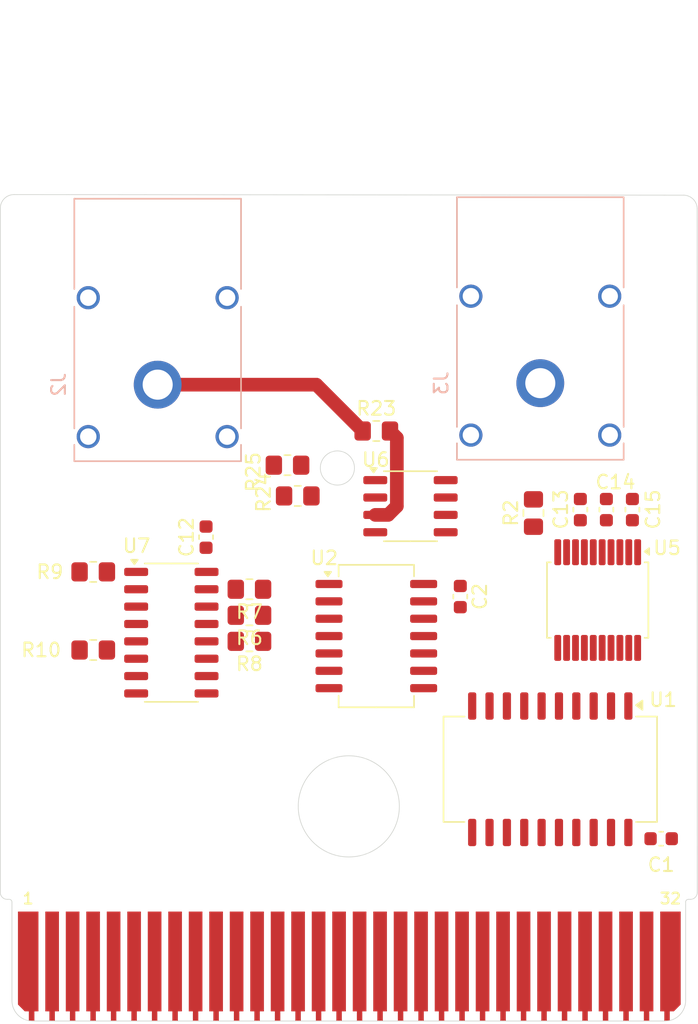
<source format=kicad_pcb>
(kicad_pcb (version 20241229) (generator "pcbnew") (generator_version "9.0")
  (layers (0 "F.Cu" signal) (2 "B.Cu" signal) (13 "F.Paste" user) (15 "B.Paste" user) (5 "F.SilkS" user "F.Silkscreen") (7 "B.SilkS" user "B.Silkscreen") (1 "F.Mask" user) (3 "B.Mask" user) (25 "Edge.Cuts" user))
  (net 0 "")
  (net 1 "+3.3V")
  (net 2 "GND")
  (net 3 "Net-(U5-Ain-)")
  (net 4 "Net-(U5-VREFin)")
  (net 11 "Net-(J1-D0)")
  (net 12 "Net-(J1-D3)")
  (net 15 "Net-(J1-D1)")
  (net 16 "Net-(J1-D5)")
  (net 17 "+5V")
  (net 26 "Net-(J1-D2)")
  (net 29 "Net-(J1-D6)")
  (net 30 "Net-(J1-D4)")
  (net 31 "Net-(J1-D7)")
  (net 36 "Net-(J2-Pin_1)")
  (net 37 "Net-(U7-X1)")
  (net 38 "Net-(U7-X2)")
  (net 39 "Net-(U7-X3)")
  (net 40 "Net-(U7-X4)")
  (net 41 "Net-(U7-X5)")
  (net 42 "Net-(U6A-+)")
  (net 43 "Net-(U6A--)")
  (net 44 "Net-(U1-D0)")
  (net 45 "Net-(U1-D4)")
  (net 46 "/CLKlat")
  (net 47 "Net-(U1-D6)")
  (net 48 "Net-(U1-D2)")
  (net 49 "Net-(U1-D1)")
  (net 50 "Net-(U1-D5)")
  (net 51 "Net-(U1-D7)")
  (net 52 "Net-(U1-D3)")
  (net 54 "/CLKadc")
  (net 59 "Ain")
  (net 60 "/SW1")
  (net 61 "/SW2")
  (net 62 "/SW3")
  (footprint "Resistor_SMD:R_0805_2012Metric_Pad1.20x1.40mm_HandSolder" (layer "F.Cu") (at 91.9275 100.825 180)
    (property "Reference" "R7" (at 0 -1.65 0) (layer "F.SilkS"))
    (property "Value" "25k")
    (fp_line (start -0.227064 0.735) (end 0.227064 0.735) (stroke (width 0.12)) (layer "F.SilkS"))
    (fp_line (start -0.227064 -0.735) (end 0.227064 -0.735) (stroke (width 0.12)) (layer "F.SilkS"))
    (pad "1" smd roundrect (at -1 0 180) (size 1.2 1.4) (layers "F.Cu" "F.Mask" "F.Paste") (roundrect_rratio 0.208333) (net 2 "GND"))
    (pad "2" smd roundrect (at 1 0 180) (size 1.2 1.4) (layers "F.Cu" "F.Mask" "F.Paste") (roundrect_rratio 0.208333) (net 38 "Net-(U7-X2)"))
  )
  (footprint "Capacitor_SMD:C_0603_1608Metric" (layer "F.Cu") (at 118.0475 95 90)
    (property "Reference" "C14" (at 2.015 0.665 180) (layer "F.SilkS"))
    (property "Value" "100n")
    (fp_line (start -0.140581 -0.51) (end 0.140581 -0.51) (stroke (width 0.12)) (layer "F.SilkS"))
    (fp_line (start -0.140581 0.51) (end 0.140581 0.51) (stroke (width 0.12)) (layer "F.SilkS"))
    (pad "1" smd roundrect (at -0.775 0 90) (size 0.9 0.95) (layers "F.Cu" "F.Mask" "F.Paste") (net 1 "+3.3V"))
    (pad "2" smd roundrect (at 0.775 0 90) (size 0.9 0.95) (layers "F.Cu" "F.Mask" "F.Paste") (net 2 "GND"))
  )
  (footprint "Resistor_SMD:R_0805_2012Metric_Pad1.20x1.40mm_HandSolder" (layer "F.Cu") (at 80.4975 99.555)
    (property "Reference" "R9" (at -3.175 0 0) (layer "F.SilkS"))
    (property "Value" "115k")
    (fp_line (start -0.227064 -0.735) (end 0.227064 -0.735) (stroke (width 0.12)) (layer "F.SilkS"))
    (fp_line (start -0.227064 0.735) (end 0.227064 0.735) (stroke (width 0.12)) (layer "F.SilkS"))
    (pad "1" smd roundrect (at -1 0) (size 1.2 1.4) (layers "F.Cu" "F.Mask" "F.Paste") (roundrect_rratio 0.208333) (net 2 "GND"))
    (pad "2" smd roundrect (at 1 0) (size 1.2 1.4) (layers "F.Cu" "F.Mask" "F.Paste") (roundrect_rratio 0.208333) (net 40 "Net-(U7-X4)"))
  )
  (footprint "Resistor_SMD:R_0805_2012Metric_Pad1.20x1.40mm_HandSolder" (layer "F.Cu") (at 91.9275 104.635 180)
    (property "Reference" "R8" (at 0 -1.65 0) (layer "F.SilkS"))
    (property "Value" "55k")
    (fp_line (start -0.227064 0.735) (end 0.227064 0.735) (stroke (width 0.12)) (layer "F.SilkS"))
    (fp_line (start -0.227064 -0.735) (end 0.227064 -0.735) (stroke (width 0.12)) (layer "F.SilkS"))
    (pad "1" smd roundrect (at -1 0 180) (size 1.2 1.4) (layers "F.Cu" "F.Mask" "F.Paste") (roundrect_rratio 0.208333) (net 2 "GND"))
    (pad "2" smd roundrect (at 1 0 180) (size 1.2 1.4) (layers "F.Cu" "F.Mask" "F.Paste") (roundrect_rratio 0.208333) (net 39 "Net-(U7-X3)"))
  )
  (footprint "Package_SO:SOIC-20W_7.5x15.4mm_P1.27mm" (layer "F.Cu") (at 113.9425 113.99 -90)
    (property "Reference" "U1" (at -5.08 -8.255 180) (layer "F.SilkS"))
    (property "Value" "74LS574")
    (fp_line (start -3.855 7.8125) (end -3.855001 6.275) (stroke (width 0.12)) (layer "F.SilkS"))
    (fp_line (start 0 7.8125) (end -3.855 7.8125) (stroke (width 0.12)) (layer "F.SilkS"))
    (fp_line (start 0 7.8125) (end 3.855 7.8125) (stroke (width 0.12)) (layer "F.SilkS"))
    (fp_line (start 3.855 7.8125) (end 3.855001 6.275) (stroke (width 0.12)) (layer "F.SilkS"))
    (fp_line (start -3.855 -7.8125) (end -3.855001 -6.275) (stroke (width 0.12)) (layer "F.SilkS"))
    (fp_line (start 0 -7.8125) (end -3.855 -7.8125) (stroke (width 0.12)) (layer "F.SilkS"))
    (fp_line (start 0 -7.8125) (end 3.855 -7.8125) (stroke (width 0.12)) (layer "F.SilkS"))
    (fp_line (start 3.855 -7.8125) (end 3.855001 -6.275) (stroke (width 0.12)) (layer "F.SilkS"))
    (fp_poly (pts (xy -4.685 -6.275) (xy -5.025 -6.745) (xy -4.345 -6.745)) (stroke (width 0.12)) (fill yes) (layer "F.SilkS"))
    (pad "1" smd roundrect (at -4.625 -5.715 270) (size 2 0.6) (layers "F.Cu" "F.Mask" "F.Paste") (net 2 "GND"))
    (pad "2" smd roundrect (at -4.625 -4.445001 270) (size 2 0.6) (layers "F.Cu" "F.Mask" "F.Paste") (net 44 "Net-(U1-D0)"))
    (pad "3" smd roundrect (at -4.625 -3.175 270) (size 2 0.6) (layers "F.Cu" "F.Mask" "F.Paste") (net 49 "Net-(U1-D1)"))
    (pad "4" smd roundrect (at -4.624999 -1.905 270) (size 2 0.6) (layers "F.Cu" "F.Mask" "F.Paste") (net 48 "Net-(U1-D2)"))
    (pad "5" smd roundrect (at -4.625 -0.635 270) (size 2 0.6) (layers "F.Cu" "F.Mask" "F.Paste") (net 52 "Net-(U1-D3)"))
    (pad "6" smd roundrect (at -4.625 0.635 270) (size 2 0.6) (layers "F.Cu" "F.Mask" "F.Paste") (net 45 "Net-(U1-D4)"))
    (pad "7" smd roundrect (at -4.624999 1.905 270) (size 2 0.6) (layers "F.Cu" "F.Mask" "F.Paste") (net 50 "Net-(U1-D5)"))
    (pad "8" smd roundrect (at -4.625 3.175 270) (size 2 0.6) (layers "F.Cu" "F.Mask" "F.Paste") (net 47 "Net-(U1-D6)"))
    (pad "9" smd roundrect (at -4.625 4.445001 270) (size 2 0.6) (layers "F.Cu" "F.Mask" "F.Paste") (net 51 "Net-(U1-D7)"))
    (pad "10" smd roundrect (at -4.625 5.715 270) (size 2 0.6) (layers "F.Cu" "F.Mask" "F.Paste") (net 2 "GND"))
    (pad "11" smd roundrect (at 4.625 5.715 270) (size 2 0.6) (layers "F.Cu" "F.Mask" "F.Paste") (net 46 "/CLKlat"))
    (pad "12" smd roundrect (at 4.625 4.445001 270) (size 2 0.6) (layers "F.Cu" "F.Mask" "F.Paste") (net 31 "Net-(J1-D7)"))
    (pad "13" smd roundrect (at 4.625 3.175 270) (size 2 0.6) (layers "F.Cu" "F.Mask" "F.Paste") (net 29 "Net-(J1-D6)"))
    (pad "14" smd roundrect (at 4.624999 1.905 270) (size 2 0.6) (layers "F.Cu" "F.Mask" "F.Paste") (net 16 "Net-(J1-D5)"))
    (pad "15" smd roundrect (at 4.625 0.635 270) (size 2 0.6) (layers "F.Cu" "F.Mask" "F.Paste") (net 30 "Net-(J1-D4)"))
    (pad "16" smd roundrect (at 4.625 -0.635 270) (size 2 0.6) (layers "F.Cu" "F.Mask" "F.Paste") (net 12 "Net-(J1-D3)"))
    (pad "17" smd roundrect (at 4.624999 -1.905 270) (size 2 0.6) (layers "F.Cu" "F.Mask" "F.Paste") (net 26 "Net-(J1-D2)"))
    (pad "18" smd roundrect (at 4.625 -3.175 270) (size 2 0.6) (layers "F.Cu" "F.Mask" "F.Paste") (net 15 "Net-(J1-D1)"))
    (pad "19" smd roundrect (at 4.625 -4.445001 270) (size 2 0.6) (layers "F.Cu" "F.Mask" "F.Paste") (net 11 "Net-(J1-D0)"))
    (pad "20" smd roundrect (at 4.625 -5.715 270) (size 2 0.6) (layers "F.Cu" "F.Mask" "F.Paste") (net 1 "+3.3V"))
  )
  (footprint "Package_SO:SO-14_5.3x10.2mm_P1.27mm" (layer "F.Cu") (at 101.2125 104.25)
    (property "Reference" "U2" (at -3.81 -5.715 0) (layer "F.SilkS"))
    (property "Value" "74LS04")
    (fp_line (start -2.76 -5.21) (end -2.76 -4.37) (stroke (width 0.12)) (layer "F.SilkS"))
    (fp_line (start -2.76 5.21) (end -2.76 4.37) (stroke (width 0.12)) (layer "F.SilkS"))
    (fp_line (start 0 -5.21) (end -2.76 -5.21) (stroke (width 0.12)) (layer "F.SilkS"))
    (fp_line (start 0 -5.21) (end 2.76 -5.21) (stroke (width 0.12)) (layer "F.SilkS"))
    (fp_line (start 0 5.21) (end -2.76 5.21) (stroke (width 0.12)) (layer "F.SilkS"))
    (fp_line (start 0 5.21) (end 2.76 5.21) (stroke (width 0.12)) (layer "F.SilkS"))
    (fp_line (start 2.76 -5.21) (end 2.76 -4.37) (stroke (width 0.12)) (layer "F.SilkS"))
    (fp_line (start 2.76 5.21) (end 2.76 4.37) (stroke (width 0.12)) (layer "F.SilkS"))
    (fp_poly (pts (xy -3.55 -4.37) (xy -3.79 -4.7) (xy -3.31 -4.7)) (stroke (width 0.12)) (fill yes) (layer "F.SilkS"))
    (pad "1" smd roundrect (at -3.4625 -3.81) (size 1.975 0.6) (layers "F.Cu" "F.Mask" "F.Paste") (net 54 "/CLKadc"))
    (pad "2" smd roundrect (at -3.4625 -2.54) (size 1.975 0.6) (layers "F.Cu" "F.Mask" "F.Paste") (net 46 "/CLKlat"))
    (pad "3" smd roundrect (at -3.4625 -1.27) (size 1.975 0.6) (layers "F.Cu" "F.Mask" "F.Paste") (net 2 "GND"))
    (pad "4" smd roundrect (at -3.4625 0) (size 1.975 0.6) (layers "F.Cu" "F.Mask" "F.Paste"))
    (pad "5" smd roundrect (at -3.4625 1.27) (size 1.975 0.6) (layers "F.Cu" "F.Mask" "F.Paste") (net 2 "GND"))
    (pad "6" smd roundrect (at -3.4625 2.54) (size 1.975 0.6) (layers "F.Cu" "F.Mask" "F.Paste"))
    (pad "7" smd roundrect (at -3.4625 3.81) (size 1.975 0.6) (layers "F.Cu" "F.Mask" "F.Paste") (net 2 "GND"))
    (pad "8" smd roundrect (at 3.4625 3.81) (size 1.975 0.6) (layers "F.Cu" "F.Mask" "F.Paste"))
    (pad "9" smd roundrect (at 3.4625 2.54) (size 1.975 0.6) (layers "F.Cu" "F.Mask" "F.Paste") (net 2 "GND"))
    (pad "10" smd roundrect (at 3.4625 1.27) (size 1.975 0.6) (layers "F.Cu" "F.Mask" "F.Paste"))
    (pad "11" smd roundrect (at 3.4625 0) (size 1.975 0.6) (layers "F.Cu" "F.Mask" "F.Paste") (net 2 "GND"))
    (pad "12" smd roundrect (at 3.4625 -1.27) (size 1.975 0.6) (layers "F.Cu" "F.Mask" "F.Paste"))
    (pad "13" smd roundrect (at 3.4625 -2.54) (size 1.975 0.6) (layers "F.Cu" "F.Mask" "F.Paste") (net 2 "GND"))
    (pad "14" smd roundrect (at 3.4625 -3.81) (size 1.975 0.6) (layers "F.Cu" "F.Mask" "F.Paste") (net 1 "+3.3V"))
  )
  (footprint "Resistor_SMD:R_0805_2012Metric_Pad1.20x1.40mm_HandSolder" (layer "F.Cu") (at 95.4625 94)
    (property "Reference" "R24" (at -2.5 -0.25 90) (layer "F.SilkS"))
    (property "Value" "10k")
    (fp_line (start -0.227064 -0.735) (end 0.227064 -0.735) (stroke (width 0.12)) (layer "F.SilkS"))
    (fp_line (start -0.227064 0.735) (end 0.227064 0.735) (stroke (width 0.12)) (layer "F.SilkS"))
    (pad "1" smd roundrect (at -1 0) (size 1.2 1.4) (layers "F.Cu" "F.Mask" "F.Paste") (roundrect_rratio 0.208333) (net 1 "+3.3V"))
    (pad "2" smd roundrect (at 1 0) (size 1.2 1.4) (layers "F.Cu" "F.Mask" "F.Paste") (roundrect_rratio 0.208333) (net 43 "Net-(U6A--)"))
  )
  (footprint "Capacitor_SMD:C_0603_1608Metric" (layer "F.Cu") (at 119.9525 95 90)
    (property "Reference" "C15" (at 0.015 1.51 90) (layer "F.SilkS"))
    (property "Value" "100n")
    (fp_line (start -0.140581 -0.51) (end 0.140581 -0.51) (stroke (width 0.12)) (layer "F.SilkS"))
    (fp_line (start -0.140581 0.51) (end 0.140581 0.51) (stroke (width 0.12)) (layer "F.SilkS"))
    (pad "1" smd roundrect (at -0.775 0 90) (size 0.9 0.95) (layers "F.Cu" "F.Mask" "F.Paste") (net 4 "Net-(U5-VREFin)"))
    (pad "2" smd roundrect (at 0.775 0 90) (size 0.9 0.95) (layers "F.Cu" "F.Mask" "F.Paste") (net 2 "GND"))
  )
  (footprint "Resistor_SMD:R_0805_2012Metric_Pad1.20x1.40mm_HandSolder" (layer "F.Cu") (at 80.4975 105.27)
    (property "Reference" "R10" (at -3.81 0 0) (layer "F.SilkS"))
    (property "Value" "235k")
    (fp_line (start -0.227064 -0.735) (end 0.227064 -0.735) (stroke (width 0.12)) (layer "F.SilkS"))
    (fp_line (start -0.227064 0.735) (end 0.227064 0.735) (stroke (width 0.12)) (layer "F.SilkS"))
    (pad "1" smd roundrect (at -1 0) (size 1.2 1.4) (layers "F.Cu" "F.Mask" "F.Paste") (roundrect_rratio 0.208333) (net 2 "GND"))
    (pad "2" smd roundrect (at 1 0) (size 1.2 1.4) (layers "F.Cu" "F.Mask" "F.Paste") (roundrect_rratio 0.208333) (net 41 "Net-(U7-X5)"))
  )
  (footprint "Capacitor_SMD:C_0603_1608Metric" (layer "F.Cu") (at 107.3575 101.36 -90)
    (property "Reference" "C2" (at 0 -1.43 90) (layer "F.SilkS"))
    (property "Value" "100n")
    (fp_line (start -0.140581 0.51) (end 0.140581 0.51) (stroke (width 0.12)) (layer "F.SilkS"))
    (fp_line (start -0.140581 -0.51) (end 0.140581 -0.51) (stroke (width 0.12)) (layer "F.SilkS"))
    (pad "1" smd roundrect (at -0.775 0 270) (size 0.9 0.95) (layers "F.Cu" "F.Mask" "F.Paste") (net 1 "+3.3V"))
    (pad "2" smd roundrect (at 0.775 0 270) (size 0.9 0.95) (layers "F.Cu" "F.Mask" "F.Paste") (net 2 "GND"))
  )
  (footprint "Resistor_SMD:R_0805_2012Metric_Pad1.20x1.40mm_HandSolder" (layer "F.Cu") (at 101.2125 89.25)
    (property "Reference" "R23" (at 0 -1.65 0) (layer "F.SilkS"))
    (property "Value" "5k")
    (fp_line (start -0.227064 -0.735) (end 0.227064 -0.735) (stroke (width 0.12)) (layer "F.SilkS"))
    (fp_line (start -0.227064 0.735) (end 0.227064 0.735) (stroke (width 0.12)) (layer "F.SilkS"))
    (pad "1" smd roundrect (at -1 0) (size 1.2 1.4) (layers "F.Cu" "F.Mask" "F.Paste") (roundrect_rratio 0.208333) (net 36 "Net-(J2-Pin_1)"))
    (pad "2" smd roundrect (at 1 0) (size 1.2 1.4) (layers "F.Cu" "F.Mask" "F.Paste") (roundrect_rratio 0.208333) (net 42 "Net-(U6A-+)"))
  )
  (footprint "Resistor_SMD:R_0805_2012Metric_Pad1.20x1.40mm_HandSolder" (layer "F.Cu") (at 94.7125 91.75)
    (property "Reference" "R25" (at -2.5 0.5 90) (layer "F.SilkS"))
    (property "Value" "56k")
    (fp_line (start -0.227064 -0.735) (end 0.227064 -0.735) (stroke (width 0.12)) (layer "F.SilkS"))
    (fp_line (start -0.227064 0.735) (end 0.227064 0.735) (stroke (width 0.12)) (layer "F.SilkS"))
    (pad "1" smd roundrect (at -1 0) (size 1.2 1.4) (layers "F.Cu" "F.Mask" "F.Paste") (roundrect_rratio 0.208333) (net 43 "Net-(U6A--)"))
    (pad "2" smd roundrect (at 1 0) (size 1.2 1.4) (layers "F.Cu" "F.Mask" "F.Paste") (roundrect_rratio 0.208333) (net 2 "GND"))
  )
  (footprint "Connector_GameBoy:GameBoy_GamePak_DMG-09_P1.50mm_Edge" (layer "F.Cu") (at 99.2375 132.4)
    (property "Reference" "J1" (hide yes))
    (property "Value" "GameBoy_GamePak_DMG-09" (hide yes))
    (fp_poly (pts (xy -23.05 0) (xy -23.45 0) (xy -23.45 -0.7) (xy -23.05 -0.7)) (fill yes) (layer "F.Cu"))
    (fp_text user "32" (at 23.5 -8.95 0) (layer "F.SilkS") (effects (font (size 0.8 0.8))))
    (fp_text user "1" (at -23.5 -8.95 0) (layer "F.SilkS") (effects (font (size 0.8 0.8))))
    (pad "1" smd custom (at -23.5 -7.5) (size 1 1) (layers "F.Cu") (net 17 "+5V") (options (clearance outline) (anchor rect)) (primitives (gr_poly (pts (xy -0.75 6.3) (xy -0.75 -0.5) (xy 0.75 -0.5) (xy 0.75 6.8) (xy 0.45 6.8) (xy 0.45 7.5) (xy 0.05 7.5) (xy 0.05 6.8) (xy -0.25 6.8)) (width 0) (fill yes))))
    (pad "2" smd custom (at -21.75 -7.5) (size 1 1) (layers "F.Cu") (options (clearance outline) (anchor rect)) (primitives (gr_poly (pts (xy 0.5 6.8) (xy 0.2 6.8) (xy 0.2 7.5) (xy -0.2 7.5) (xy -0.2 6.8) (xy -0.5 6.8) (xy -0.5 0.5) (xy 0.5 0.5)) (width 0) (fill yes))))
    (pad "3" smd custom (at -20.25 -7.5) (size 1 1) (layers "F.Cu") (options (clearance outline) (anchor rect)) (primitives (gr_poly (pts (xy 0.5 6.8) (xy 0.2 6.8) (xy 0.2 7.5) (xy -0.2 7.5) (xy -0.2 6.8) (xy -0.5 6.8) (xy -0.5 0.5) (xy 0.5 0.5)) (width 0) (fill yes))))
    (pad "4" smd custom (at -18.75 -7.5) (size 1 1) (layers "F.Cu") (options (clearance outline) (anchor rect)) (primitives (gr_poly (pts (xy 0.5 6.8) (xy 0.2 6.8) (xy 0.2 7.5) (xy -0.2 7.5) (xy -0.2 6.8) (xy -0.5 6.8) (xy -0.5 0.5) (xy 0.5 0.5)) (width 0) (fill yes))))
    (pad "5" smd custom (at -17.25 -7.5) (size 1 1) (layers "F.Cu") (options (clearance outline) (anchor rect)) (primitives (gr_poly (pts (xy 0.5 6.8) (xy 0.2 6.8) (xy 0.2 7.5) (xy -0.2 7.5) (xy -0.2 6.8) (xy -0.5 6.8) (xy -0.5 0.5) (xy 0.5 0.5)) (width 0) (fill yes))))
    (pad "6" smd custom (at -15.75 -7.5) (size 1 1) (layers "F.Cu") (options (clearance outline) (anchor rect)) (primitives (gr_poly (pts (xy 0.5 6.8) (xy 0.2 6.8) (xy 0.2 7.5) (xy -0.2 7.5) (xy -0.2 6.8) (xy -0.5 6.8) (xy -0.5 0.5) (xy 0.5 0.5)) (width 0) (fill yes))))
    (pad "7" smd custom (at -14.25 -7.5) (size 1 1) (layers "F.Cu") (options (clearance outline) (anchor rect)) (primitives (gr_poly (pts (xy 0.5 6.8) (xy 0.2 6.8) (xy 0.2 7.5) (xy -0.2 7.5) (xy -0.2 6.8) (xy -0.5 6.8) (xy -0.5 0.5) (xy 0.5 0.5)) (width 0) (fill yes))))
    (pad "8" smd custom (at -12.75 -7.5) (size 1 1) (layers "F.Cu") (options (clearance outline) (anchor rect)) (primitives (gr_poly (pts (xy 0.5 6.8) (xy 0.2 6.8) (xy 0.2 7.5) (xy -0.2 7.5) (xy -0.2 6.8) (xy -0.5 6.8) (xy -0.5 0.5) (xy 0.5 0.5)) (width 0) (fill yes))))
    (pad "9" smd custom (at -11.25 -7.5) (size 1 1) (layers "F.Cu") (options (clearance outline) (anchor rect)) (primitives (gr_poly (pts (xy 0.5 6.8) (xy 0.2 6.8) (xy 0.2 7.5) (xy -0.2 7.5) (xy -0.2 6.8) (xy -0.5 6.8) (xy -0.5 0.5) (xy 0.5 0.5)) (width 0) (fill yes))))
    (pad "10" smd custom (at -9.75 -7.5) (size 1 1) (layers "F.Cu") (options (clearance outline) (anchor rect)) (primitives (gr_poly (pts (xy 0.5 6.8) (xy 0.2 6.8) (xy 0.2 7.5) (xy -0.2 7.5) (xy -0.2 6.8) (xy -0.5 6.8) (xy -0.5 0.5) (xy 0.5 0.5)) (width 0) (fill yes))))
    (pad "11" smd custom (at -8.25 -7.5) (size 1 1) (layers "F.Cu") (options (clearance outline) (anchor rect)) (primitives (gr_poly (pts (xy 0.5 6.8) (xy 0.2 6.8) (xy 0.2 7.5) (xy -0.2 7.5) (xy -0.2 6.8) (xy -0.5 6.8) (xy -0.5 0.5) (xy 0.5 0.5)) (width 0) (fill yes))))
    (pad "12" smd custom (at -6.75 -7.5) (size 1 1) (layers "F.Cu") (options (clearance outline) (anchor rect)) (primitives (gr_poly (pts (xy 0.5 6.8) (xy 0.2 6.8) (xy 0.2 7.5) (xy -0.2 7.5) (xy -0.2 6.8) (xy -0.5 6.8) (xy -0.5 0.5) (xy 0.5 0.5)) (width 0) (fill yes))))
    (pad "13" smd custom (at -5.25 -7.5) (size 1 1) (layers "F.Cu") (options (clearance outline) (anchor rect)) (primitives (gr_poly (pts (xy 0.5 6.8) (xy 0.2 6.8) (xy 0.2 7.5) (xy -0.2 7.5) (xy -0.2 6.8) (xy -0.5 6.8) (xy -0.5 0.5) (xy 0.5 0.5)) (width 0) (fill yes))))
    (pad "14" smd custom (at -3.75 -7.5) (size 1 1) (layers "F.Cu") (options (clearance outline) (anchor rect)) (primitives (gr_poly (pts (xy 0.5 6.8) (xy 0.2 6.8) (xy 0.2 7.5) (xy -0.2 7.5) (xy -0.2 6.8) (xy -0.5 6.8) (xy -0.5 0.5) (xy 0.5 0.5)) (width 0) (fill yes))))
    (pad "15" smd custom (at -2.25 -7.5) (size 1 1) (layers "F.Cu") (options (clearance outline) (anchor rect)) (primitives (gr_poly (pts (xy 0.5 6.8) (xy 0.2 6.8) (xy 0.2 7.5) (xy -0.2 7.5) (xy -0.2 6.8) (xy -0.5 6.8) (xy -0.5 0.5) (xy 0.5 0.5)) (width 0) (fill yes))))
    (pad "16" smd custom (at -0.75 -7.5) (size 1 1) (layers "F.Cu") (options (clearance outline) (anchor rect)) (primitives (gr_poly (pts (xy 0.5 6.8) (xy 0.2 6.8) (xy 0.2 7.5) (xy -0.2 7.5) (xy -0.2 6.8) (xy -0.5 6.8) (xy -0.5 0.5) (xy 0.5 0.5)) (width 0) (fill yes))))
    (pad "17" smd custom (at 0.75 -7.5) (size 1 1) (layers "F.Cu") (options (clearance outline) (anchor rect)) (primitives (gr_poly (pts (xy 0.5 6.8) (xy 0.2 6.8) (xy 0.2 7.5) (xy -0.2 7.5) (xy -0.2 6.8) (xy -0.5 6.8) (xy -0.5 0.5) (xy 0.5 0.5)) (width 0) (fill yes))))
    (pad "18" smd custom (at 2.25 -7.5) (size 1 1) (layers "F.Cu") (options (clearance outline) (anchor rect)) (primitives (gr_poly (pts (xy 0.5 6.8) (xy 0.2 6.8) (xy 0.2 7.5) (xy -0.2 7.5) (xy -0.2 6.8) (xy -0.5 6.8) (xy -0.5 0.5) (xy 0.5 0.5)) (width 0) (fill yes))))
    (pad "19" smd custom (at 3.75 -7.5) (size 1 1) (layers "F.Cu") (options (clearance outline) (anchor rect)) (primitives (gr_poly (pts (xy 0.5 6.8) (xy 0.2 6.8) (xy 0.2 7.5) (xy -0.2 7.5) (xy -0.2 6.8) (xy -0.5 6.8) (xy -0.5 0.5) (xy 0.5 0.5)) (width 0) (fill yes))))
    (pad "20" smd custom (at 5.25 -7.5) (size 1 1) (layers "F.Cu") (options (clearance outline) (anchor rect)) (primitives (gr_poly (pts (xy 0.5 6.8) (xy 0.2 6.8) (xy 0.2 7.5) (xy -0.2 7.5) (xy -0.2 6.8) (xy -0.5 6.8) (xy -0.5 0.5) (xy 0.5 0.5)) (width 0) (fill yes))))
    (pad "21" smd custom (at 6.75 -7.5) (size 1 1) (layers "F.Cu") (options (clearance outline) (anchor rect)) (primitives (gr_poly (pts (xy 0.5 6.8) (xy 0.2 6.8) (xy 0.2 7.5) (xy -0.2 7.5) (xy -0.2 6.8) (xy -0.5 6.8) (xy -0.5 0.5) (xy 0.5 0.5)) (width 0) (fill yes))))
    (pad "22" smd custom (at 8.25 -7.5) (size 1 1) (layers "F.Cu") (net 11 "Net-(J1-D0)") (options (clearance outline) (anchor rect)) (primitives (gr_poly (pts (xy 0.5 6.8) (xy 0.2 6.8) (xy 0.2 7.5) (xy -0.2 7.5) (xy -0.2 6.8) (xy -0.5 6.8) (xy -0.5 0.5) (xy 0.5 0.5)) (width 0) (fill yes))))
    (pad "23" smd custom (at 9.75 -7.5) (size 1 1) (layers "F.Cu") (net 15 "Net-(J1-D1)") (options (clearance outline) (anchor rect)) (primitives (gr_poly (pts (xy 0.5 6.8) (xy 0.2 6.8) (xy 0.2 7.5) (xy -0.2 7.5) (xy -0.2 6.8) (xy -0.5 6.8) (xy -0.5 0.5) (xy 0.5 0.5)) (width 0) (fill yes))))
    (pad "24" smd custom (at 11.25 -7.5) (size 1 1) (layers "F.Cu") (net 26 "Net-(J1-D2)") (options (clearance outline) (anchor rect)) (primitives (gr_poly (pts (xy 0.5 6.8) (xy 0.2 6.8) (xy 0.2 7.5) (xy -0.2 7.5) (xy -0.2 6.8) (xy -0.5 6.8) (xy -0.5 0.5) (xy 0.5 0.5)) (width 0) (fill yes))))
    (pad "25" smd custom (at 12.75 -7.5) (size 1 1) (layers "F.Cu") (net 12 "Net-(J1-D3)") (options (clearance outline) (anchor rect)) (primitives (gr_poly (pts (xy 0.5 6.8) (xy 0.2 6.8) (xy 0.2 7.5) (xy -0.2 7.5) (xy -0.2 6.8) (xy -0.5 6.8) (xy -0.5 0.5) (xy 0.5 0.5)) (width 0) (fill yes))))
    (pad "26" smd custom (at 14.25 -7.5) (size 1 1) (layers "F.Cu") (net 30 "Net-(J1-D4)") (options (clearance outline) (anchor rect)) (primitives (gr_poly (pts (xy 0.5 6.8) (xy 0.2 6.8) (xy 0.2 7.5) (xy -0.2 7.5) (xy -0.2 6.8) (xy -0.5 6.8) (xy -0.5 0.5) (xy 0.5 0.5)) (width 0) (fill yes))))
    (pad "27" smd custom (at 15.75 -7.5) (size 1 1) (layers "F.Cu") (net 16 "Net-(J1-D5)") (options (clearance outline) (anchor rect)) (primitives (gr_poly (pts (xy 0.5 6.8) (xy 0.2 6.8) (xy 0.2 7.5) (xy -0.2 7.5) (xy -0.2 6.8) (xy -0.5 6.8) (xy -0.5 0.5) (xy 0.5 0.5)) (width 0) (fill yes))))
    (pad "28" smd custom (at 17.25 -7.5) (size 1 1) (layers "F.Cu") (net 29 "Net-(J1-D6)") (options (clearance outline) (anchor rect)) (primitives (gr_poly (pts (xy 0.5 6.8) (xy 0.2 6.8) (xy 0.2 7.5) (xy -0.2 7.5) (xy -0.2 6.8) (xy -0.5 6.8) (xy -0.5 0.5) (xy 0.5 0.5)) (width 0) (fill yes))))
    (pad "29" smd custom (at 18.75 -7.5) (size 1 1) (layers "F.Cu") (net 31 "Net-(J1-D7)") (options (clearance outline) (anchor rect)) (primitives (gr_poly (pts (xy 0.5 6.8) (xy 0.2 6.8) (xy 0.2 7.5) (xy -0.2 7.5) (xy -0.2 6.8) (xy -0.5 6.8) (xy -0.5 0.5) (xy 0.5 0.5)) (width 0) (fill yes))))
    (pad "30" smd custom (at 20.25 -7.5) (size 1 1) (layers "F.Cu") (options (clearance outline) (anchor rect)) (primitives (gr_poly (pts (xy 0.5 6.8) (xy 0.2 6.8) (xy 0.2 7.5) (xy -0.2 7.5) (xy -0.2 6.8) (xy -0.5 6.8) (xy -0.5 0.5) (xy 0.5 0.5)) (width 0) (fill yes))))
    (pad "31" smd custom (at 21.75 -7.5) (size 1 1) (layers "F.Cu") (options (clearance outline) (anchor rect)) (primitives (gr_poly (pts (xy 0.5 6.8) (xy 0.2 6.8) (xy 0.2 7.5) (xy -0.2 7.5) (xy -0.2 6.8) (xy -0.5 6.8) (xy -0.5 0.5) (xy 0.5 0.5)) (width 0) (fill yes))))
    (pad "32" smd custom (at 23.5 -7.5) (size 1 1) (layers "F.Cu") (net 2 "GND") (options (clearance outline) (anchor rect)) (primitives (gr_poly (pts (xy -0.75 6.8) (xy -0.75 -0.5) (xy 0.75 -0.5) (xy 0.75 6.3) (xy 0.25 6.8) (xy -0.05 6.8) (xy -0.05 7.5) (xy -0.45 7.5) (xy -0.45 6.8)) (width 0) (fill yes))))
  )
  (footprint "Resistor_SMD:R_0805_2012Metric_Pad1.20x1.40mm_HandSolder" (layer "F.Cu") (at 91.9275 102.73 180)
    (property "Reference" "R6" (at 0 -1.65 0) (layer "F.SilkS"))
    (property "Value" "10k")
    (fp_line (start -0.227064 0.735) (end 0.227064 0.735) (stroke (width 0.12)) (layer "F.SilkS"))
    (fp_line (start -0.227064 -0.735) (end 0.227064 -0.735) (stroke (width 0.12)) (layer "F.SilkS"))
    (pad "1" smd roundrect (at -1 0 180) (size 1.2 1.4) (layers "F.Cu" "F.Mask" "F.Paste") (roundrect_rratio 0.208333) (net 2 "GND"))
    (pad "2" smd roundrect (at 1 0 180) (size 1.2 1.4) (layers "F.Cu" "F.Mask" "F.Paste") (roundrect_rratio 0.208333) (net 37 "Net-(U7-X1)"))
  )
  (footprint "Package_SO:SO-8_3.9x4.9mm_P1.27mm" (layer "F.Cu") (at 103.7125 94.75)
    (property "Reference" "U6" (at -2.54 -3.4 0) (layer "F.SilkS"))
    (property "Value" "OPA2333AIDR(UMW)")
    (fp_line (start 0 -2.56) (end -1.95 -2.56) (stroke (width 0.12)) (layer "F.SilkS"))
    (fp_line (start 0 -2.56) (end 1.95 -2.56) (stroke (width 0.12)) (layer "F.SilkS"))
    (fp_line (start 0 2.56) (end -1.95 2.56) (stroke (width 0.12)) (layer "F.SilkS"))
    (fp_line (start 0 2.56) (end 1.95 2.56) (stroke (width 0.12)) (layer "F.SilkS"))
    (fp_poly (pts (xy -2.7 -2.465) (xy -2.94 -2.795) (xy -2.46 -2.795)) (stroke (width 0.12)) (fill yes) (layer "F.SilkS"))
    (pad "1" smd roundrect (at -2.575 -1.905) (size 1.75 0.6) (layers "F.Cu" "F.Mask" "F.Paste") (net 59 "Ain"))
    (pad "2" smd roundrect (at -2.575 -0.635) (size 1.75 0.6) (layers "F.Cu" "F.Mask" "F.Paste") (net 43 "Net-(U6A--)"))
    (pad "3" smd roundrect (at -2.575 0.635) (size 1.75 0.6) (layers "F.Cu" "F.Mask" "F.Paste") (net 42 "Net-(U6A-+)"))
    (pad "4" smd roundrect (at -2.575 1.905) (size 1.75 0.6) (layers "F.Cu" "F.Mask" "F.Paste"))
    (pad "5" smd roundrect (at 2.575 1.905) (size 1.75 0.6) (layers "F.Cu" "F.Mask" "F.Paste"))
    (pad "6" smd roundrect (at 2.575 0.635) (size 1.75 0.6) (layers "F.Cu" "F.Mask" "F.Paste"))
    (pad "7" smd roundrect (at 2.575 -0.635) (size 1.75 0.6) (layers "F.Cu" "F.Mask" "F.Paste"))
    (pad "8" smd roundrect (at 2.575 -1.905) (size 1.75 0.6) (layers "F.Cu" "F.Mask" "F.Paste"))
  )
  (footprint "Capacitor_SMD:C_0603_1608Metric" (layer "F.Cu") (at 116.1425 95 90)
    (property "Reference" "C13" (at 0.015 -1.43 90) (layer "F.SilkS"))
    (property "Value" "100n")
    (fp_line (start -0.140581 -0.51) (end 0.140581 -0.51) (stroke (width 0.12)) (layer "F.SilkS"))
    (fp_line (start -0.140581 0.51) (end 0.140581 0.51) (stroke (width 0.12)) (layer "F.SilkS"))
    (pad "1" smd roundrect (at -0.775 0 90) (size 0.9 0.95) (layers "F.Cu" "F.Mask" "F.Paste") (net 3 "Net-(U5-Ain-)"))
    (pad "2" smd roundrect (at 0.775 0 90) (size 0.9 0.95) (layers "F.Cu" "F.Mask" "F.Paste") (net 2 "GND"))
  )
  (footprint "Package_SO:SO-16_3.9x9.9mm_P1.27mm" (layer "F.Cu") (at 86.2125 104)
    (property "Reference" "U7" (at -2.54 -6.35 0) (layer "F.SilkS"))
    (property "Value" "CD4051B")
    (fp_line (start 0 -5.06) (end -1.95 -5.06) (stroke (width 0.12)) (layer "F.SilkS"))
    (fp_line (start 0 -5.06) (end 1.95 -5.06) (stroke (width 0.12)) (layer "F.SilkS"))
    (fp_line (start 0 5.06) (end -1.95 5.06) (stroke (width 0.12)) (layer "F.SilkS"))
    (fp_line (start 0 5.06) (end 1.95 5.06) (stroke (width 0.12)) (layer "F.SilkS"))
    (fp_poly (pts (xy -2.7 -5.005) (xy -2.94 -5.335) (xy -2.46 -5.335)) (stroke (width 0.12)) (fill yes) (layer "F.SilkS"))
    (pad "1" smd roundrect (at -2.575 -4.445) (size 1.75 0.6) (layers "F.Cu" "F.Mask" "F.Paste") (net 40 "Net-(U7-X4)"))
    (pad "2" smd roundrect (at -2.575 -3.175) (size 1.75 0.6) (layers "F.Cu" "F.Mask" "F.Paste"))
    (pad "3" smd roundrect (at -2.575 -1.905) (size 1.75 0.6) (layers "F.Cu" "F.Mask" "F.Paste") (net 42 "Net-(U6A-+)"))
    (pad "4" smd roundrect (at -2.575 -0.635) (size 1.75 0.6) (layers "F.Cu" "F.Mask" "F.Paste"))
    (pad "5" smd roundrect (at -2.575 0.635) (size 1.75 0.6) (layers "F.Cu" "F.Mask" "F.Paste") (net 41 "Net-(U7-X5)"))
    (pad "6" smd roundrect (at -2.575 1.905) (size 1.75 0.6) (layers "F.Cu" "F.Mask" "F.Paste") (net 2 "GND"))
    (pad "7" smd roundrect (at -2.575 3.175) (size 1.75 0.6) (layers "F.Cu" "F.Mask" "F.Paste") (net 2 "GND"))
    (pad "8" smd roundrect (at -2.575 4.445) (size 1.75 0.6) (layers "F.Cu" "F.Mask" "F.Paste") (net 2 "GND"))
    (pad "9" smd roundrect (at 2.575 4.445) (size 1.75 0.6) (layers "F.Cu" "F.Mask" "F.Paste") (net 62 "/SW3"))
    (pad "10" smd roundrect (at 2.575 3.175) (size 1.75 0.6) (layers "F.Cu" "F.Mask" "F.Paste") (net 61 "/SW2"))
    (pad "11" smd roundrect (at 2.575 1.905) (size 1.75 0.6) (layers "F.Cu" "F.Mask" "F.Paste") (net 60 "/SW1"))
    (pad "12" smd roundrect (at 2.575 0.635) (size 1.75 0.6) (layers "F.Cu" "F.Mask" "F.Paste") (net 39 "Net-(U7-X3)"))
    (pad "13" smd roundrect (at 2.575 -0.635) (size 1.75 0.6) (layers "F.Cu" "F.Mask" "F.Paste") (net 2 "GND"))
    (pad "14" smd roundrect (at 2.575 -1.905) (size 1.75 0.6) (layers "F.Cu" "F.Mask" "F.Paste") (net 37 "Net-(U7-X1)"))
    (pad "15" smd roundrect (at 2.575 -3.175) (size 1.75 0.6) (layers "F.Cu" "F.Mask" "F.Paste") (net 38 "Net-(U7-X2)"))
    (pad "16" smd roundrect (at 2.575 -4.445) (size 1.75 0.6) (layers "F.Cu" "F.Mask" "F.Paste") (net 1 "+3.3V"))
  )
  (footprint "Capacitor_SMD:C_0603_1608Metric" (layer "F.Cu") (at 122.0575 119.07)
    (property "Reference" "C1" (at 0 1.905 0) (layer "F.SilkS"))
    (property "Value" "100n")
    (fp_line (start -0.14058 -0.51) (end 0.14058 -0.51) (stroke (width 0.12)) (layer "F.SilkS"))
    (fp_line (start -0.14058 0.51) (end 0.14058 0.51) (stroke (width 0.12)) (layer "F.SilkS"))
    (pad "1" smd roundrect (at -0.775 0) (size 0.9 0.95) (layers "F.Cu" "F.Mask" "F.Paste") (net 1 "+3.3V"))
    (pad "2" smd roundrect (at 0.775 0) (size 0.9 0.95) (layers "F.Cu" "F.Mask" "F.Paste") (net 2 "GND"))
  )
  (footprint "Capacitor_SMD:C_0603_1608Metric" (layer "F.Cu") (at 88.7525 97.015 90)
    (property "Reference" "C12" (at 0 -1.43 90) (layer "F.SilkS"))
    (property "Value" "100n")
    (fp_line (start -0.140581 -0.51) (end 0.140581 -0.51) (stroke (width 0.12)) (layer "F.SilkS"))
    (fp_line (start -0.140581 0.51) (end 0.140581 0.51) (stroke (width 0.12)) (layer "F.SilkS"))
    (pad "1" smd roundrect (at -0.775 0 90) (size 0.9 0.95) (layers "F.Cu" "F.Mask" "F.Paste") (net 1 "+3.3V"))
    (pad "2" smd roundrect (at 0.775 0 90) (size 0.9 0.95) (layers "F.Cu" "F.Mask" "F.Paste") (net 2 "GND"))
  )
  (footprint "Resistor_SMD:R_0805_2012Metric_Pad1.20x1.40mm_HandSolder" (layer "F.Cu") (at 112.7125 95.25 90)
    (property "Reference" "R2" (at 0 -1.65 90) (layer "F.SilkS"))
    (property "Value" "25")
    (fp_line (start -0.227064 -0.735) (end 0.227064 -0.735) (stroke (width 0.12)) (layer "F.SilkS"))
    (fp_line (start -0.227064 0.735) (end 0.227064 0.735) (stroke (width 0.12)) (layer "F.SilkS"))
    (pad "1" smd roundrect (at -1 0 90) (size 1.2 1.4) (layers "F.Cu" "F.Mask" "F.Paste") (roundrect_rratio 0.208333) (net 3 "Net-(U5-Ain-)"))
    (pad "2" smd roundrect (at 1 0 90) (size 1.2 1.4) (layers "F.Cu" "F.Mask" "F.Paste") (roundrect_rratio 0.208333) (net 2 "GND"))
  )
  (footprint "Package_SO:SSOP-20_5.3x7.2mm_P0.65mm" (layer "F.Cu") (at 117.4125 101.615 -90)
    (property "Reference" "U5" (at -3.81 -5.08 180) (layer "F.SilkS"))
    (property "Value" "AD9283")
    (fp_line (start -2.76 3.71) (end -2.76 3.435) (stroke (width 0.12)) (layer "F.SilkS"))
    (fp_line (start 0 3.71) (end -2.76 3.71) (stroke (width 0.12)) (layer "F.SilkS"))
    (fp_line (start 0 3.71) (end 2.76 3.71) (stroke (width 0.12)) (layer "F.SilkS"))
    (fp_line (start 2.76 3.71) (end 2.76 3.435) (stroke (width 0.12)) (layer "F.SilkS"))
    (fp_line (start -2.76 -3.71) (end -2.76 -3.435) (stroke (width 0.12)) (layer "F.SilkS"))
    (fp_line (start 0 -3.71) (end -2.76 -3.71) (stroke (width 0.12)) (layer "F.SilkS"))
    (fp_line (start 0 -3.71) (end 2.76 -3.71) (stroke (width 0.12)) (layer "F.SilkS"))
    (fp_line (start 2.76 -3.71) (end 2.76 -3.435) (stroke (width 0.12)) (layer "F.SilkS"))
    (fp_poly (pts (xy -3.55 -3.435) (xy -3.79 -3.765) (xy -3.309999 -3.765)) (stroke (width 0.12)) (fill yes) (layer "F.SilkS"))
    (pad "1" smd roundrect (at -3.5 -2.925 270) (size 1.9 0.5) (layers "F.Cu" "F.Mask" "F.Paste") (net 2 "GND"))
    (pad "2" smd roundrect (at -3.5 -2.275 270) (size 1.9 0.5) (layers "F.Cu" "F.Mask" "F.Paste") (net 4 "Net-(U5-VREFin)"))
    (pad "3" smd roundrect (at -3.5 -1.625 270) (size 1.9 0.5) (layers "F.Cu" "F.Mask" "F.Paste") (net 4 "Net-(U5-VREFin)"))
    (pad "4" smd roundrect (at -3.5 -0.975 270) (size 1.9 0.5) (layers "F.Cu" "F.Mask" "F.Paste") (net 2 "GND"))
    (pad "5" smd roundrect (at -3.5 -0.325 270) (size 1.9 0.5) (layers "F.Cu" "F.Mask" "F.Paste") (net 1 "+3.3V"))
    (pad "6" smd roundrect (at -3.5 0.325 270) (size 1.9 0.5) (layers "F.Cu" "F.Mask" "F.Paste") (net 3 "Net-(U5-Ain-)"))
    (pad "7" smd roundrect (at -3.5 0.975 270) (size 1.9 0.5) (layers "F.Cu" "F.Mask" "F.Paste") (net 59 "Ain"))
    (pad "8" smd roundrect (at -3.5 1.625 270) (size 1.9 0.5) (layers "F.Cu" "F.Mask" "F.Paste") (net 1 "+3.3V"))
    (pad "9" smd roundrect (at -3.5 2.275 270) (size 1.9 0.5) (layers "F.Cu" "F.Mask" "F.Paste") (net 2 "GND"))
    (pad "10" smd roundrect (at -3.5 2.925 270) (size 1.9 0.5) (layers "F.Cu" "F.Mask" "F.Paste") (net 54 "/CLKadc"))
    (pad "11" smd roundrect (at 3.5 2.925 270) (size 1.9 0.5) (layers "F.Cu" "F.Mask" "F.Paste") (net 51 "Net-(U1-D7)"))
    (pad "12" smd roundrect (at 3.5 2.275 270) (size 1.9 0.5) (layers "F.Cu" "F.Mask" "F.Paste") (net 47 "Net-(U1-D6)"))
    (pad "13" smd roundrect (at 3.5 1.625 270) (size 1.9 0.5) (layers "F.Cu" "F.Mask" "F.Paste") (net 50 "Net-(U1-D5)"))
    (pad "14" smd roundrect (at 3.5 0.975 270) (size 1.9 0.5) (layers "F.Cu" "F.Mask" "F.Paste") (net 45 "Net-(U1-D4)"))
    (pad "15" smd roundrect (at 3.5 0.325 270) (size 1.9 0.5) (layers "F.Cu" "F.Mask" "F.Paste") (net 1 "+3.3V"))
    (pad "16" smd roundrect (at 3.5 -0.325 270) (size 1.9 0.5) (layers "F.Cu" "F.Mask" "F.Paste") (net 2 "GND"))
    (pad "17" smd roundrect (at 3.5 -0.975 270) (size 1.9 0.5) (layers "F.Cu" "F.Mask" "F.Paste") (net 52 "Net-(U1-D3)"))
    (pad "18" smd roundrect (at 3.5 -1.625 270) (size 1.9 0.5) (layers "F.Cu" "F.Mask" "F.Paste") (net 48 "Net-(U1-D2)"))
    (pad "19" smd roundrect (at 3.5 -2.275 270) (size 1.9 0.5) (layers "F.Cu" "F.Mask" "F.Paste") (net 49 "Net-(U1-D1)"))
    (pad "20" smd roundrect (at 3.5 -2.925 270) (size 1.9 0.5) (layers "F.Cu" "F.Mask" "F.Paste") (net 44 "Net-(U1-D0)"))
  )
  (footprint "Connector:Banana_Cliff_FCR7350B_S16N-PC_Horizontal" (layer "B.Cu") (at 85.2125 85.860001 -90)
    (property "Reference" "J2" (at 0 7.25 90) (layer "B.SilkS") (effects (justify mirror)))
    (property "Value" "Conn_01x01_Socket")
    (fp_line (start -13.6 6.1) (end -13.6 -6.1) (stroke (width 0.12)) (layer "B.SilkS"))
    (fp_line (start -7 6.1) (end -13.6 6.1) (stroke (width 0.12)) (layer "B.SilkS"))
    (fp_line (start 3.2 6.1) (end -5.7 6.1) (stroke (width 0.12)) (layer "B.SilkS"))
    (fp_line (start 5.6 6.099999) (end 4.4 6.1) (stroke (width 0.12)) (layer "B.SilkS"))
    (fp_line (start 5.6 -6.099999) (end 5.6 6.099999) (stroke (width 0.12)) (layer "B.SilkS"))
    (fp_line (start -13.6 -6.1) (end -7 -6.1) (stroke (width 0.12)) (layer "B.SilkS"))
    (fp_line (start -5.7 -6.1) (end 3.2 -6.1) (stroke (width 0.12)) (layer "B.SilkS"))
    (fp_line (start 4.4 -6.1) (end 5.6 -6.099999) (stroke (width 0.12)) (layer "B.SilkS"))
    (pad "" np_thru_hole circle (at -6.360001 -5.08 270) (size 1.7 1.7) (drill 1.2) (layers "*.Cu" "*.Mask"))
    (pad "" np_thru_hole circle (at -6.360001 5.08 270) (size 1.7 1.7) (drill 1.2) (layers "*.Cu" "*.Mask"))
    (pad "" np_thru_hole circle (at 3.8 -5.08 270) (size 1.7 1.7) (drill 1.2) (layers "*.Cu" "*.Mask"))
    (pad "" np_thru_hole circle (at 3.8 5.08 270) (size 1.7 1.7) (drill 1.2) (layers "*.Cu" "*.Mask"))
    (pad "1" thru_hole circle (at 0 0 270) (size 3.5 3.5) (drill 2.2) (layers "*.Cu" "*.Mask") (net 36 "Net-(J2-Pin_1)"))
  )
  (footprint "Connector:Banana_Cliff_FCR7350B_S16N-PC_Horizontal" (layer "B.Cu") (at 113.2125 85.75 -90)
    (property "Reference" "J3" (at 0 7.25 90) (layer "B.SilkS") (effects (justify mirror)))
    (property "Value" "Conn_01x01_Socket")
    (fp_line (start -13.6 6.1) (end -13.6 -6.1) (stroke (width 0.12)) (layer "B.SilkS"))
    (fp_line (start -7 6.1) (end -13.6 6.1) (stroke (width 0.12)) (layer "B.SilkS"))
    (fp_line (start 3.2 6.1) (end -5.7 6.1) (stroke (width 0.12)) (layer "B.SilkS"))
    (fp_line (start 5.6 6.099999) (end 4.4 6.1) (stroke (width 0.12)) (layer "B.SilkS"))
    (fp_line (start 5.6 -6.099999) (end 5.6 6.099999) (stroke (width 0.12)) (layer "B.SilkS"))
    (fp_line (start -13.6 -6.1) (end -7 -6.1) (stroke (width 0.12)) (layer "B.SilkS"))
    (fp_line (start -5.7 -6.1) (end 3.2 -6.1) (stroke (width 0.12)) (layer "B.SilkS"))
    (fp_line (start 4.4 -6.1) (end 5.6 -6.099999) (stroke (width 0.12)) (layer "B.SilkS"))
    (pad "" np_thru_hole circle (at -6.360001 -5.08 270) (size 1.7 1.7) (drill 1.2) (layers "*.Cu" "*.Mask"))
    (pad "" np_thru_hole circle (at -6.360001 5.08 270) (size 1.7 1.7) (drill 1.2) (layers "*.Cu" "*.Mask"))
    (pad "" np_thru_hole circle (at 3.8 -5.08 270) (size 1.7 1.7) (drill 1.2) (layers "*.Cu" "*.Mask"))
    (pad "" np_thru_hole circle (at 3.8 5.08 270) (size 1.7 1.7) (drill 1.2) (layers "*.Cu" "*.Mask"))
    (pad "1" thru_hole circle (at 0 0 270) (size 3.5 3.5) (drill 2.2) (layers "*.Cu" "*.Mask") (net 2 "GND"))
  )
  (gr_line (start 122.3485 132.405) (end 76.0485 132.405) (stroke (width 0.05)) (layer "Edge.Cuts"))
  (gr_arc (start 123.8485 123.705) (mid 123.907079 123.563579) (end 124.0485 123.505) (stroke (width 0.05)) (layer "Edge.Cuts"))
  (gr_circle (center 98.3635 91.955) (end 99.6135 91.955) (stroke (width 0.05)) (fill no) (layer "Edge.Cuts"))
  (gr_line (start 124.6985 123.005) (end 124.69136 73.008944) (stroke (width 0.05)) (layer "Edge.Cuts"))
  (gr_line (start 74.5485 130.905) (end 74.5485 123.705) (stroke (width 0.05)) (layer "Edge.Cuts"))
  (gr_line (start 124.1985 123.505) (end 124.0485 123.505) (stroke (width 0.05)) (layer "Edge.Cuts"))
  (gr_arc (start 76.0485 132.405) (mid 74.98784 131.96566) (end 74.5485 130.905) (stroke (width 0.05)) (layer "Edge.Cuts"))
  (gr_line (start 123.8485 130.905) (end 123.8485 123.705) (stroke (width 0.05)) (layer "Edge.Cuts"))
  (gr_circle (center 99.1985 116.705) (end 102.8985 116.705) (stroke (width 0.05)) (fill no) (layer "Edge.Cuts"))
  (gr_line (start 123.69136 72) (end 74.702241 71.957107) (stroke (width 0.05)) (layer "Edge.Cuts"))
  (gr_line (start 73.6985 123.005) (end 73.6985 72.957107) (stroke (width 0.05)) (layer "Edge.Cuts"))
  (gr_arc (start 123.8485 130.905) (mid 123.40916 131.96566) (end 122.3485 132.405) (stroke (width 0.05)) (layer "Edge.Cuts"))
  (gr_line (start 74.3485 123.505) (end 74.1985 123.505) (stroke (width 0.05)) (layer "Edge.Cuts"))
  (gr_arc (start 74.3485 123.505) (mid 74.489921 123.563579) (end 74.5485 123.705) (stroke (width 0.05)) (layer "Edge.Cuts"))
  (gr_arc (start 74.1985 123.505) (mid 73.844947 123.358553) (end 73.6985 123.005) (stroke (width 0.05)) (layer "Edge.Cuts"))
  (gr_arc (start 123.69136 72) (mid 124.398467 72.292893) (end 124.69136 73) (stroke (width 0.05)) (layer "Edge.Cuts"))
  (gr_arc (start 124.6985 123.005) (mid 124.552053 123.358553) (end 124.1985 123.505) (stroke (width 0.05)) (layer "Edge.Cuts"))
  (gr_arc (start 73.6985 72.957107) (mid 73.991393 72.25) (end 74.6985 71.957107) (stroke (width 0.05)) (layer "Edge.Cuts"))
  (segment (start 85.2125 85.860001) (end 96.822501 85.860001) (width 1) (layer "F.Cu") (net 36))
  (segment (start 96.822501 85.860001) (end 100.2125 89.25) (width 1) (layer "F.Cu") (net 36))
  (segment (start 102.0775 95.385) (end 101.1375 95.385) (width 1) (layer "F.Cu") (net 42))
  (segment (start 102.7135 89.751) (end 102.7135 94.749) (width 1) (layer "F.Cu") (net 42))
  (segment (start 102.2125 89.25) (end 102.7135 89.751) (width 1) (layer "F.Cu") (net 42))
  (segment (start 102.7135 94.749) (end 102.0775 95.385) (width 1) (layer "F.Cu") (net 42))
)
</source>
